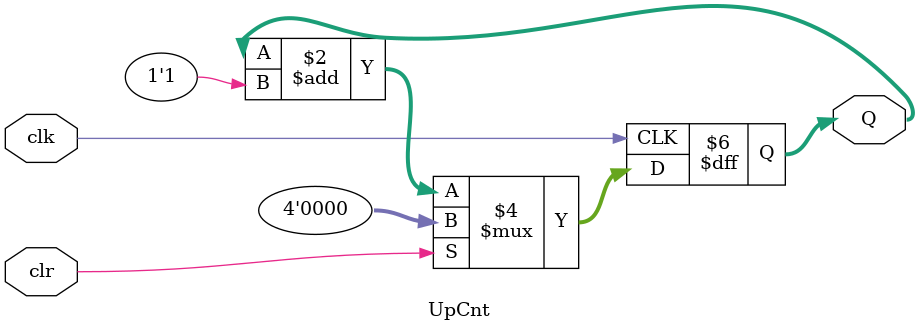
<source format=v>
`timescale 1ns / 1ps


module UpCnt(clk,clr,Q);
input clk,clr;
output reg [3:0]Q;
always @(posedge clk)
begin
    if(clr)
        Q<=4'b0000;
    else
        Q<=Q+1'b1;
end
endmodule

</source>
